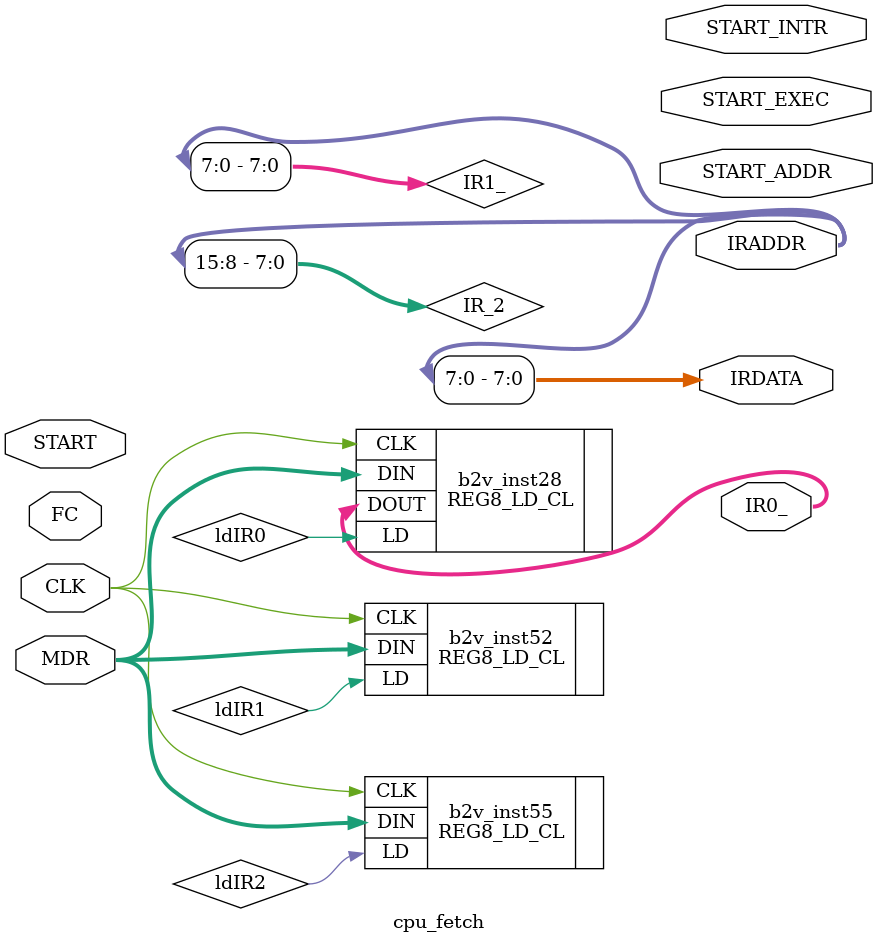
<source format=v>


module cpu_fetch(
	FC,
	CLK,
	START,
	MDR,
	START_ADDR,
	START_EXEC,
	START_INTR,
	IR0_,
	IRADDR,
	IRDATA
);


input wire	FC;
input wire	CLK;
input wire	START;
input wire	[7:0] MDR;
output wire	START_ADDR;
output wire	START_EXEC;
output wire	START_INTR;
output wire	[7:0] IR0_;
output wire	[15:0] IRADDR;
output wire	[7:0] IRDATA;

wire	[7:0] IR1;
wire	[7:0] IR1_;
wire	[7:0] IR2;
wire	[7:0] IR_2;
wire	ldIR0;
wire	ldIR1;
wire	ldIR2;





REG8_LD_CL	b2v_inst28(
	.CLK(CLK),
	.LD(ldIR0),
	
	.DIN(MDR),
	.DOUT(IR0_));


REG8_LD_CL	b2v_inst52(
	.CLK(CLK),
	.LD(ldIR1),
	
	.DIN(MDR)
	);


REG8_LD_CL	b2v_inst55(
	.CLK(CLK),
	.LD(ldIR2),
	
	.DIN(MDR)
	);

assign	IRADDR[15:8] = IR_2;
assign	IRADDR[7:0] = IR1_;
assign	IRDATA = IR1_;

endmodule

</source>
